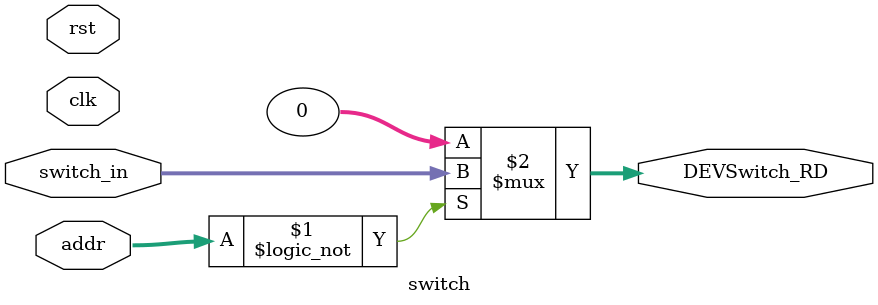
<source format=v>
module switch(clk, rst, addr, DEVSwitch_RD, switch_in);
    input clk, rst;
    input [3:2] addr;
    input [31:0] switch_in;
    output [31:0] DEVSwitch_RD;

    assign DEVSwitch_RD = (addr == 2'b00) ? switch_in : 32'b0;
endmodule

</source>
